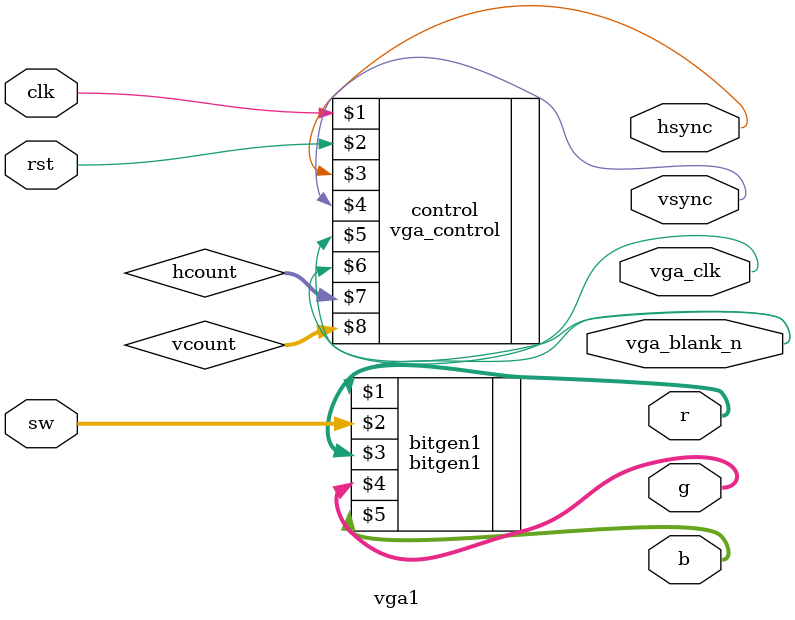
<source format=v>
module vga1(clk, rst, hsync, vsync, vga_blank_n, vga_clk, sw, r, g, b);
	input clk, rst;
	input [8:0] sw;
	output hsync, vsync;
	output vga_blank_n, vga_clk;
	//output [9:0] hcount, vcount;
	output [7:0] r, g, b;
	
	wire [9:0] hcount, vcount;
	
	vga_control control (clk, rst, hsync, vsync, vga_blank_n, vga_clk, hcount, vcount);
	bitgen1 bitgen1 (vga_blank_n, sw, r, g, b);
endmodule

</source>
